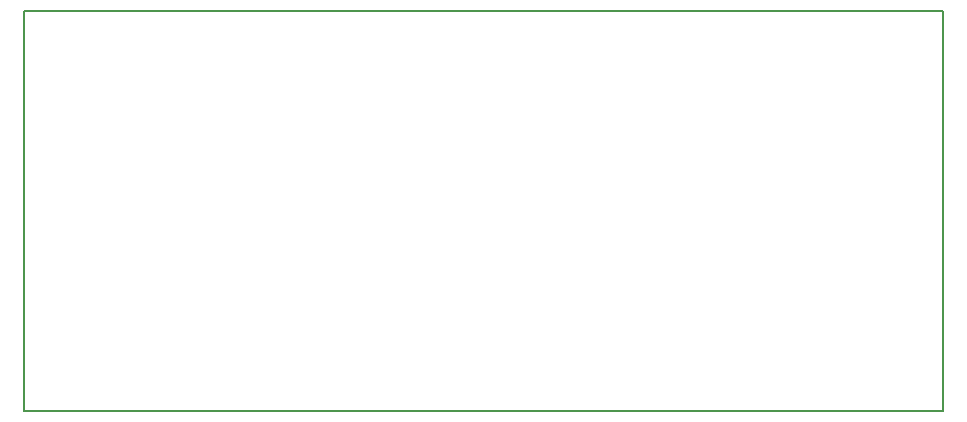
<source format=gm1>
G04 #@! TF.GenerationSoftware,KiCad,Pcbnew,6.0.9+dfsg-1~bpo11+1*
G04 #@! TF.CreationDate,2022-12-29T09:56:33-05:00*
G04 #@! TF.ProjectId,io,696f2e6b-6963-4616-945f-706362585858,rev?*
G04 #@! TF.SameCoordinates,Original*
G04 #@! TF.FileFunction,Profile,NP*
%FSLAX46Y46*%
G04 Gerber Fmt 4.6, Leading zero omitted, Abs format (unit mm)*
G04 Created by KiCad (PCBNEW 6.0.9+dfsg-1~bpo11+1) date 2022-12-29 09:56:33*
%MOMM*%
%LPD*%
G01*
G04 APERTURE LIST*
G04 #@! TA.AperFunction,Profile*
%ADD10C,0.150000*%
G04 #@! TD*
G04 APERTURE END LIST*
D10*
X32700000Y-125100000D02*
X110500000Y-125100000D01*
X110500000Y-125100000D02*
X110500000Y-159000000D01*
X110500000Y-159000000D02*
X32700000Y-159000000D01*
X32700000Y-159000000D02*
X32700000Y-125100000D01*
M02*

</source>
